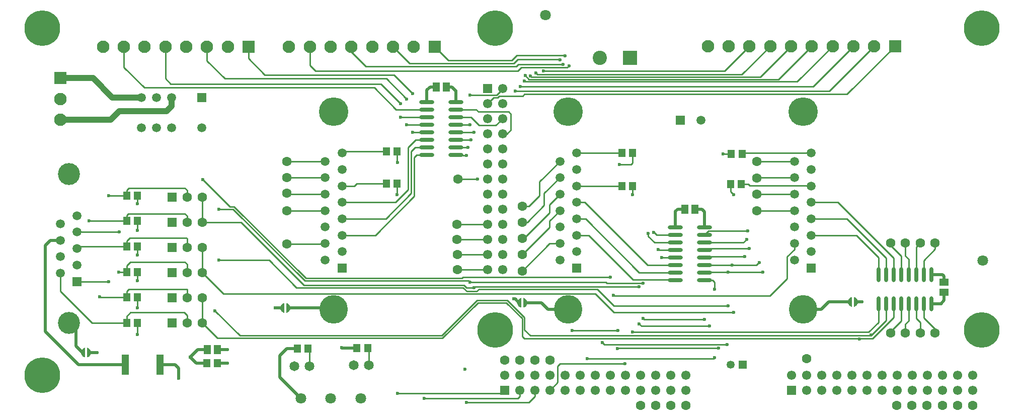
<source format=gtl>
G04*
G04 #@! TF.GenerationSoftware,Altium Limited,Altium Designer,18.1.9 (240)*
G04*
G04 Layer_Physical_Order=1*
G04 Layer_Color=255*
%FSLAX25Y25*%
%MOIN*%
G70*
G01*
G75*
%ADD17C,0.00984*%
%ADD21R,0.00787X0.00787*%
%ADD22R,0.05118X0.05906*%
%ADD23R,0.04724X0.05512*%
%ADD24R,0.05118X0.13386*%
%ADD25R,0.05906X0.05118*%
%ADD26O,0.02756X0.09843*%
%ADD27O,0.09843X0.02756*%
%ADD38R,0.06102X0.06102*%
%ADD45C,0.07087*%
%ADD60C,0.01968*%
%ADD61C,0.03937*%
%ADD62C,0.23622*%
%ADD63R,0.05315X0.05315*%
%ADD64C,0.05315*%
%ADD65C,0.05906*%
%ADD66R,0.05906X0.05906*%
%ADD67O,0.19488X0.18898*%
%ADD68C,0.18898*%
%ADD69C,0.14567*%
%ADD70C,0.06299*%
%ADD71R,0.06299X0.06299*%
%ADD72C,0.06102*%
%ADD73R,0.08268X0.08268*%
%ADD74C,0.08268*%
%ADD75R,0.09449X0.09449*%
%ADD76C,0.09449*%
%ADD77R,0.08268X0.08268*%
%ADD78C,0.06500*%
%ADD79C,0.05937*%
%ADD80R,0.05937X0.05937*%
%ADD81R,0.05906X0.05906*%
%ADD82R,0.06102X0.06102*%
%ADD83C,0.02362*%
G36*
X-251590Y43152D02*
X-251590Y36853D01*
X-251875Y36874D01*
X-252426Y37026D01*
X-252937Y37283D01*
X-253388Y37634D01*
X-253761Y38067D01*
X-254043Y38564D01*
X-254223Y39107D01*
X-254293Y39674D01*
X-254272Y39959D01*
X-254297Y40249D01*
X-254234Y40826D01*
X-254059Y41380D01*
X-253779Y41889D01*
X-253406Y42333D01*
X-252953Y42697D01*
X-252437Y42965D01*
X-251880Y43127D01*
X-251590Y43152D01*
X-251590Y43152D01*
D02*
G37*
G36*
X-250410D02*
Y36853D01*
X-250125Y36874D01*
X-249574Y37026D01*
X-249063Y37283D01*
X-248612Y37634D01*
X-248239Y38067D01*
X-247957Y38564D01*
X-247777Y39107D01*
X-247707Y39674D01*
X-247728Y39959D01*
X-247703Y40249D01*
X-247766Y40826D01*
X-247941Y41380D01*
X-248221Y41889D01*
X-248594Y42333D01*
X-249047Y42697D01*
X-249563Y42965D01*
X-250120Y43127D01*
X-250410Y43152D01*
Y43152D01*
D02*
G37*
G36*
X-119590Y72652D02*
X-119590Y66353D01*
X-119875Y66374D01*
X-120426Y66526D01*
X-120937Y66783D01*
X-121388Y67134D01*
X-121761Y67567D01*
X-122043Y68064D01*
X-122223Y68607D01*
X-122293Y69174D01*
X-122272Y69459D01*
X-122297Y69749D01*
X-122234Y70326D01*
X-122059Y70880D01*
X-121779Y71389D01*
X-121406Y71833D01*
X-120952Y72197D01*
X-120437Y72465D01*
X-119880Y72627D01*
X-119590Y72652D01*
X-119590Y72652D01*
D02*
G37*
G36*
X-118410D02*
Y66353D01*
X-118125Y66374D01*
X-117574Y66526D01*
X-117063Y66783D01*
X-116612Y67134D01*
X-116239Y67567D01*
X-115957Y68064D01*
X-115777Y68607D01*
X-115707Y69174D01*
X-115728Y69459D01*
X-115703Y69749D01*
X-115766Y70326D01*
X-115941Y70880D01*
X-116221Y71389D01*
X-116594Y71833D01*
X-117048Y72197D01*
X-117563Y72465D01*
X-118120Y72627D01*
X-118410Y72652D01*
Y72652D01*
D02*
G37*
G36*
X37410Y76097D02*
X37410Y69798D01*
X37125Y69819D01*
X36574Y69971D01*
X36063Y70228D01*
X35612Y70579D01*
X35239Y71012D01*
X34957Y71509D01*
X34777Y72052D01*
X34707Y72619D01*
X34728Y72904D01*
X34703Y73194D01*
X34766Y73771D01*
X34941Y74325D01*
X35221Y74834D01*
X35594Y75278D01*
X36048Y75642D01*
X36563Y75910D01*
X37120Y76072D01*
X37410Y76097D01*
X37410Y76097D01*
D02*
G37*
G36*
X38590D02*
Y69798D01*
X38875Y69819D01*
X39426Y69971D01*
X39937Y70228D01*
X40388Y70579D01*
X40761Y71012D01*
X41043Y71509D01*
X41223Y72052D01*
X41293Y72619D01*
X41272Y72904D01*
X41297Y73194D01*
X41234Y73771D01*
X41059Y74325D01*
X40779Y74834D01*
X40406Y75278D01*
X39952Y75642D01*
X39437Y75910D01*
X38880Y76072D01*
X38590Y76097D01*
Y76097D01*
D02*
G37*
G36*
X256410Y70348D02*
X256410Y76647D01*
X256125Y76626D01*
X255574Y76474D01*
X255063Y76217D01*
X254612Y75866D01*
X254239Y75433D01*
X253957Y74936D01*
X253777Y74393D01*
X253707Y73826D01*
X253728Y73541D01*
X253728Y73541D01*
X253703Y73251D01*
X253766Y72674D01*
X253941Y72120D01*
X254221Y71611D01*
X254594Y71166D01*
X255047Y70803D01*
X255563Y70535D01*
X256120Y70373D01*
X256410Y70348D01*
X256410D01*
D02*
G37*
G36*
X257590D02*
Y76647D01*
X257875Y76626D01*
X258426Y76474D01*
X258937Y76217D01*
X259388Y75866D01*
X259761Y75433D01*
X260043Y74936D01*
X260223Y74393D01*
X260293Y73826D01*
X260272Y73541D01*
X260272Y73541D01*
X260297Y73251D01*
X260234Y72674D01*
X260059Y72120D01*
X259779Y71611D01*
X259406Y71166D01*
X258952Y70803D01*
X258437Y70535D01*
X257880Y70373D01*
X257590Y70348D01*
D01*
D02*
G37*
D17*
X40007Y223425D02*
X42468Y220965D01*
X37264Y228764D02*
X52938D01*
X35000Y226500D02*
X37264Y228764D01*
X52938D02*
X52965Y228736D01*
X-99000Y226500D02*
X35000D01*
X-102779Y230279D02*
X-99000Y226500D01*
X-102779Y230279D02*
Y242500D01*
X34000Y229500D02*
X35500Y231000D01*
X-65500Y229500D02*
X34000D01*
X32248Y231500D02*
X35012Y234264D01*
X-36661Y231500D02*
X32248D01*
X-47661Y242500D02*
X-36661Y231500D01*
X35012Y234264D02*
X62736D01*
X63000Y234000D01*
X-75221Y239220D02*
X-65500Y229500D01*
X35500Y231000D02*
X65000D01*
X33465Y213354D02*
X241531D01*
X230638Y216240D02*
X257398Y243000D01*
X36614Y216240D02*
X230638D01*
X39339Y211090D02*
X253047D01*
X38248Y210000D02*
X39339Y211090D01*
X22727Y210000D02*
X38248D01*
X253047Y211090D02*
X284957Y243000D01*
X241531Y213354D02*
X271177Y243000D01*
X39370Y219882D02*
X39862Y219390D01*
X220008D01*
X243618Y243000D01*
X207803Y220965D02*
X229839Y243000D01*
X42468Y220965D02*
X207803D01*
X43972Y222661D02*
X195721D01*
X43406Y223228D02*
X43972Y222661D01*
X195721D02*
X216059Y243000D01*
X48106Y224236D02*
X183516D01*
X47146Y225197D02*
X48106Y224236D01*
X183516D02*
X202279Y243000D01*
X52000Y226500D02*
X172000D01*
X188500Y243000D01*
X52965Y228736D02*
X67736D01*
X29000Y199500D02*
X30500Y198000D01*
X9000Y199500D02*
X29000D01*
X7500Y201000D02*
X9000Y199500D01*
X25000Y185000D02*
X28000D01*
X30500Y187500D01*
Y198000D01*
X20500Y190500D02*
X25000Y195000D01*
X9500Y190500D02*
X20500D01*
X32500Y75460D02*
X33320D01*
X269137Y51363D02*
X279000Y61227D01*
X268659Y51264D02*
X268848Y51075D01*
X43264Y51236D02*
X260535D01*
X39476Y55024D02*
X43264Y51236D01*
X39476Y55024D02*
Y63067D01*
X28023Y74520D02*
X39476Y63067D01*
X7989Y74520D02*
X28023D01*
X39264Y49236D02*
X269938D01*
X37901Y50599D02*
X39264Y49236D01*
X37901Y50599D02*
Y62415D01*
X27371Y72945D02*
X37901Y62415D01*
X8641Y72945D02*
X27371D01*
X98768Y71000D02*
X174500D01*
X87768Y82000D02*
X98768Y71000D01*
X9201Y82000D02*
X87768D01*
X177000Y98000D02*
X193127D01*
X158791D02*
X177000D01*
X98773Y66500D02*
X178000D01*
X86332Y78941D02*
X98773Y66500D01*
X8370Y78941D02*
X86332D01*
X194627Y99500D02*
X195000D01*
X174500Y93300D02*
X197300D01*
X193127Y98000D02*
X194627Y99500D01*
X158791Y118000D02*
X161291Y120500D01*
X187500D01*
X184500Y112750D02*
X186750Y115000D01*
X159041Y112750D02*
X184500D01*
X158791Y108000D02*
X159791Y109000D01*
X188500D01*
X159291Y103500D02*
X185455D01*
X8354Y78925D02*
X8370Y78941D01*
X92236Y45264D02*
X173736D01*
X91000Y46500D02*
X92236Y45264D01*
X101500Y43000D02*
X168000D01*
X101000Y42500D02*
X101500Y43000D01*
X81000Y36000D02*
X165000D01*
X165500Y36500D01*
X111000Y53500D02*
X267500D01*
X260535Y51236D02*
X260562Y51264D01*
X268659D01*
X267500Y53500D02*
X274000Y60000D01*
Y72354D01*
X117000Y57500D02*
X162000D01*
X71000Y54500D02*
X101500D01*
X118500Y62000D02*
X158791D01*
Y103000D02*
X159291Y103500D01*
X213500Y89000D02*
Y103405D01*
X202000Y77500D02*
X213500Y89000D01*
Y103405D02*
X218319Y108224D01*
X99000Y77500D02*
X202000D01*
X98500Y78000D02*
X99000Y77500D01*
X115500Y59000D02*
X117000Y57500D01*
X118000Y62500D02*
X118500Y62000D01*
X36300Y10800D02*
Y15000D01*
X35000Y9500D02*
X36300Y10800D01*
X-27000Y9500D02*
X35000D01*
X-75117Y78925D02*
X8354D01*
X7701Y80500D02*
X9201Y82000D01*
X1273Y80500D02*
X7701D01*
X-1227Y83000D02*
X1273Y80500D01*
X6575Y83575D02*
X115425D01*
X6000Y83000D02*
X6575Y83575D01*
X1000Y83000D02*
X6000D01*
X-575Y84575D02*
X1000Y83000D01*
X-15456Y51075D02*
X7989Y74520D01*
X-149075Y51075D02*
X-15456D01*
X-14804Y49500D02*
X8641Y72945D01*
X-164000Y49500D02*
X-14804D01*
X115425Y83575D02*
X115500Y83500D01*
X3500Y86500D02*
X93400D01*
X93900Y86000D01*
X-1232Y89768D02*
X96268D01*
X-1882Y89118D02*
X-1232Y89768D01*
X-105391Y89118D02*
X-1882D01*
X-152848Y136575D02*
X-105391Y89118D01*
X2457Y87543D02*
X3500Y86500D01*
X93900Y86000D02*
X118000D01*
X-174000Y92900D02*
X-160041Y78941D01*
X-75132D02*
X-75117Y78925D01*
X-160041Y78941D02*
X-75132D01*
X4000Y196000D02*
X9500Y190500D01*
X-4500Y155000D02*
X8500D01*
X49500Y153307D02*
X62910Y166717D01*
X49500Y144047D02*
Y153307D01*
X42453Y137000D02*
X49500Y144047D01*
X52500Y145402D02*
X62910Y155811D01*
X52500Y137500D02*
Y145402D01*
X41250Y126250D02*
X52500Y137500D01*
X38000Y137000D02*
X42453D01*
X38000Y126250D02*
X41250D01*
X56000Y137996D02*
X62910Y144905D01*
X56000Y132500D02*
Y137996D01*
X39000Y115500D02*
X56000Y132500D01*
X38000Y115500D02*
X39000D01*
X56000Y127091D02*
X62910Y134000D01*
X56000Y122750D02*
Y127091D01*
X38000Y104750D02*
X56000Y122750D01*
X56189Y112189D02*
X62910D01*
X38000Y94000D02*
X56189Y112189D01*
X111378Y88264D02*
X139236D01*
X139500Y88000D01*
X82000Y117642D02*
X111378Y88264D01*
X117400Y62500D02*
X118000D01*
X159091Y93300D02*
X174500D01*
X-111500Y83000D02*
X-1227D01*
X-106575Y84575D02*
X-575D01*
X-148300Y126300D02*
X-106575Y84575D01*
X-129783Y101284D02*
X-111500Y83000D01*
X-106043Y87543D02*
X2457D01*
X-153500Y135000D02*
X-106043Y87543D01*
X-174000Y126300D02*
X-148300D01*
X-163000Y101284D02*
X-129783D01*
X-174000Y92900D02*
Y109600D01*
X218319Y108224D02*
Y112189D01*
X-155575Y136575D02*
X-152848D01*
X-173500Y154500D02*
X-155575Y136575D01*
X158791Y93000D02*
X159091Y93300D01*
X284000Y63298D02*
Y72354D01*
X269938Y49236D02*
X284000Y63298D01*
X158791Y113000D02*
X159041Y112750D01*
X67736Y228736D02*
X69000Y230000D01*
X130500Y102963D02*
X139463D01*
X139500Y103000D01*
X128000Y108000D02*
X139500D01*
X128000D02*
Y108358D01*
X125543Y113000D02*
X139500D01*
X127000Y118000D02*
X139500D01*
X125500Y119500D02*
X127000Y118000D01*
X121500Y117043D02*
X125543Y113000D01*
X121500Y117043D02*
Y119000D01*
X125000Y119500D02*
X125500D01*
X34264Y236764D02*
X66236D01*
X31000Y233500D02*
X34264Y236764D01*
X66236D02*
X66500Y236500D01*
X-11102Y233500D02*
X31000D01*
X-20102Y242500D02*
X-11102Y233500D01*
X-75221Y239220D02*
Y242500D01*
X111043Y144543D02*
Y150358D01*
X111000Y144500D02*
X111043Y144543D01*
Y165543D02*
Y172169D01*
X110000Y164500D02*
X111043Y165543D01*
X102500Y164500D02*
X110000D01*
X-47000Y224000D02*
X-34500Y211500D01*
X-132500Y224000D02*
X-47000D01*
X-143272Y234772D02*
X-132500Y224000D01*
X-52000Y221500D02*
X-38500Y208000D01*
X-159000Y221500D02*
X-52000D01*
X-170831Y233331D02*
X-159000Y221500D01*
X-198390Y221390D02*
Y242500D01*
Y221390D02*
X-195000Y218000D01*
X-55500D01*
X-42500Y205000D01*
X-60000Y215500D02*
X-45500Y201000D01*
X-212457Y215500D02*
X-60000D01*
X-225949Y228992D02*
X-212457Y215500D01*
X74090Y139453D02*
X79500D01*
X120953Y98000D01*
X139500D01*
X74090Y128547D02*
X79953D01*
X115500Y93000D01*
X139500D01*
X74090Y117642D02*
X82000D01*
X193500Y134000D02*
X218319D01*
X193500Y144833D02*
X193572Y144905D01*
X218319D01*
X193500Y155667D02*
X193644Y155811D01*
X218319D01*
X193500Y166500D02*
X193717Y166717D01*
X218319D01*
X229358Y150500D02*
X229500Y150358D01*
X188858Y150500D02*
X229358D01*
X187858Y151500D02*
X188858Y150500D01*
X183043Y151500D02*
X187858D01*
X184213Y172169D02*
X229500D01*
X183543Y171500D02*
X184213Y172169D01*
X176457Y171500D02*
X176457Y171500D01*
X171000Y171500D02*
X176457D01*
X175957Y146543D02*
Y151500D01*
Y146543D02*
X178000Y144500D01*
X158791Y88000D02*
X164000D01*
X165500Y86500D01*
Y82000D02*
Y86500D01*
X56300Y15000D02*
X61500Y20200D01*
Y31000D01*
X63000Y32500D01*
X106000D01*
X103957Y150358D02*
X103957Y150358D01*
X74090Y150358D02*
X103957D01*
X74090Y172169D02*
X74091Y172169D01*
X103957D01*
X-165500Y67500D02*
X-149075Y51075D01*
X-174000Y59500D02*
X-164000Y49500D01*
X-174000Y59500D02*
Y76200D01*
X279000Y61227D02*
Y72354D01*
X282000Y54000D02*
X289000Y61000D01*
Y72354D01*
X311500Y108405D02*
Y112500D01*
X304000Y100905D02*
X311500Y108405D01*
X304000Y91646D02*
Y100905D01*
X299000Y91646D02*
Y109833D01*
X301667Y112500D01*
X294000Y91646D02*
Y101833D01*
X291833Y104000D02*
X294000Y101833D01*
X291833Y104000D02*
Y112500D01*
X289000Y91646D02*
Y104000D01*
X282000Y111000D02*
X289000Y104000D01*
X282000Y111000D02*
Y112500D01*
Y53000D02*
Y54000D01*
X294000Y61000D02*
Y72354D01*
X291833Y58833D02*
X294000Y61000D01*
X291833Y53000D02*
Y58833D01*
X299000Y62500D02*
Y72354D01*
Y62500D02*
X301667Y59833D01*
Y53000D02*
Y59833D01*
X304000Y63000D02*
Y72354D01*
Y63000D02*
X311500Y55500D01*
Y53000D02*
Y55500D01*
X-92689Y112000D02*
X-92500Y112189D01*
X-118000Y112000D02*
X-92689D01*
X-118000Y134000D02*
X-92500D01*
X-118000Y145500D02*
X-117405Y144905D01*
X-92500D01*
X-118000Y155811D02*
X-92500D01*
X-118000Y166500D02*
X-117783Y166717D01*
X-92500D01*
X-5000Y95000D02*
X15000D01*
X-5000Y105000D02*
X15000D01*
X-5354Y115000D02*
X15000D01*
X-5354Y125000D02*
X15000D01*
X229500Y139453D02*
X247000D01*
X284000Y102453D01*
Y91646D02*
Y102453D01*
X279000Y91646D02*
Y102500D01*
X252953Y128547D02*
X279000Y102500D01*
X229500Y128547D02*
X252953D01*
X274000Y91646D02*
Y103000D01*
X259358Y117642D02*
X274000Y103000D01*
X229500Y117642D02*
X259358D01*
X21652Y208925D02*
X22727Y210000D01*
X3500Y210500D02*
X21000D01*
X18925Y208925D02*
X21652D01*
X15000Y205000D02*
X18925Y208925D01*
X21000Y210500D02*
X25000Y214500D01*
X-5854Y201000D02*
X7500D01*
X-5854Y196000D02*
X4000D01*
X-163000Y135000D02*
X-153500D01*
X-5854Y181000D02*
X4000D01*
X-174000Y126300D02*
Y143000D01*
X-5854Y176000D02*
X1925D01*
X24300Y13000D02*
X26300Y15000D01*
X-44500Y13000D02*
X24300D01*
X-44957Y144457D02*
Y152000D01*
X-37575Y147925D02*
Y175925D01*
X-46047Y139453D02*
X-37575Y147925D01*
X-81319Y139453D02*
X-46047D01*
X-35500Y145500D02*
Y173382D01*
X-52453Y128547D02*
X-35500Y145500D01*
X-81319Y128547D02*
X-52453D01*
X-33500Y143500D02*
Y169382D01*
X-59358Y117642D02*
X-33500Y143500D01*
X-81319Y117642D02*
X-59358D01*
X-44957Y166457D02*
Y173228D01*
Y166457D02*
X-44500Y166000D01*
X1000Y7000D02*
X42500D01*
X46300Y10800D01*
X36000Y14700D02*
X36300Y15000D01*
X46300Y10800D02*
Y15000D01*
X-5354Y170500D02*
X1000D01*
X-5854Y171000D02*
X-5354Y170500D01*
X-5854Y186000D02*
X6000D01*
X25000Y214500D02*
Y215000D01*
X-5854Y191000D02*
X3500D01*
X-35500Y173382D02*
X-32882Y176000D01*
X-37575Y175925D02*
X-32500Y181000D01*
X-31882Y171000D02*
X-25146D01*
X-33500Y169382D02*
X-31882Y171000D01*
X-32882Y176000D02*
X-25146D01*
X-32500Y181000D02*
X-25146D01*
X-71500Y152000D02*
X-52043D01*
X-73142Y150358D02*
X-71500Y152000D01*
X-34500Y186000D02*
X-25146D01*
X-143272Y234772D02*
Y242500D01*
X-38500Y191000D02*
X-25146D01*
X-170831Y233331D02*
Y242500D01*
X-42500Y196000D02*
X-25146D01*
X-225949Y228992D02*
Y242500D01*
X-45500Y201000D02*
X-25146D01*
X-81319Y150358D02*
X-73142D01*
X-81319Y172169D02*
X-80260Y173228D01*
X-52043D01*
X-64457Y43000D02*
X-63500Y42043D01*
Y31500D02*
Y42043D01*
X-103957Y42500D02*
X-103000Y41543D01*
Y31000D02*
Y41543D01*
X-224043Y144000D02*
Y147547D01*
X-222590Y149000D01*
X-185500D01*
X-184000Y147500D01*
Y143000D02*
Y147500D01*
X-224043Y127100D02*
Y130957D01*
X-223000Y132000D01*
X-185500D01*
X-184000Y130500D01*
Y126300D02*
Y130500D01*
X-224043Y110200D02*
Y114043D01*
X-222087Y116000D01*
X-184500D01*
X-184000Y115500D01*
Y109600D02*
Y115500D01*
Y92900D02*
Y98500D01*
X-185500Y100000D02*
X-184000Y98500D01*
X-221500Y100000D02*
X-185500D01*
X-224043Y97457D02*
X-221500Y100000D01*
X-224043Y93300D02*
Y97457D01*
Y76400D02*
Y80457D01*
X-222500Y82000D01*
X-184000D01*
Y76200D02*
Y82000D01*
Y59500D02*
Y64500D01*
X-186000Y66500D02*
X-184000Y64500D01*
X-221587Y66500D02*
X-186000D01*
X-224043Y64043D02*
X-221587Y66500D01*
X-224043Y59500D02*
Y64043D01*
X-256819Y87047D02*
X-236047D01*
X-224090Y144047D02*
X-224043Y144000D01*
X-236047Y144047D02*
X-224090D01*
X-236047Y87047D02*
X-235953D01*
X-255477Y110200D02*
X-224043D01*
X-256819Y119763D02*
X-229000D01*
X-248900Y127100D02*
X-224043D01*
X-256819Y108858D02*
X-255477Y110200D01*
X-241400Y76400D02*
X-224043D01*
X-242000Y77000D02*
X-241400Y76400D01*
X-229300Y93300D02*
X-224043D01*
X-247000Y59500D02*
X-224043D01*
X-268000Y80500D02*
X-247000Y59500D01*
X-268000Y80500D02*
Y92500D01*
X-216957Y52000D02*
Y59000D01*
Y69500D02*
Y76100D01*
Y87543D02*
Y93200D01*
Y104500D02*
Y110300D01*
Y121043D02*
Y127400D01*
Y138500D02*
Y144500D01*
D21*
X-253165Y40000D02*
D03*
X-248835D02*
D03*
X259165Y73500D02*
D03*
X254835D02*
D03*
X35835Y72945D02*
D03*
X40165D02*
D03*
X-121165Y69500D02*
D03*
X-116835D02*
D03*
D22*
X-170787Y41921D02*
D03*
X-164094D02*
D03*
X-12154Y216000D02*
D03*
X-18846D02*
D03*
X152347Y135047D02*
D03*
X145653D02*
D03*
D23*
X-163898Y32921D02*
D03*
X-170984D02*
D03*
X-216957Y59500D02*
D03*
X-224043D02*
D03*
X-216957Y76400D02*
D03*
X-224043D02*
D03*
X-216957Y93300D02*
D03*
X-224043D02*
D03*
X-216957Y110200D02*
D03*
X-224043D02*
D03*
X-216957Y127100D02*
D03*
X-224043D02*
D03*
X-216957Y144000D02*
D03*
X-224043D02*
D03*
X-64457Y43000D02*
D03*
X-71543D02*
D03*
X-103957Y42500D02*
D03*
X-111043D02*
D03*
X-44957Y152000D02*
D03*
X-52043D02*
D03*
X-44957Y173228D02*
D03*
X-52043D02*
D03*
X111043Y150358D02*
D03*
X103957D02*
D03*
X111043Y172169D02*
D03*
X103957D02*
D03*
X175957Y151500D02*
D03*
X183043D02*
D03*
X176457Y171500D02*
D03*
X183543D02*
D03*
D24*
X-225114Y32000D02*
D03*
X-201886D02*
D03*
D25*
X317500Y86500D02*
D03*
Y79807D02*
D03*
D26*
X274000Y72354D02*
D03*
X279000D02*
D03*
X284000D02*
D03*
X289000D02*
D03*
X294000D02*
D03*
X299000D02*
D03*
X304000D02*
D03*
X309000D02*
D03*
X274000Y91646D02*
D03*
X279000D02*
D03*
X284000D02*
D03*
X289000D02*
D03*
X294000D02*
D03*
X299000D02*
D03*
X304000D02*
D03*
X309000D02*
D03*
D27*
X158791Y88000D02*
D03*
Y93000D02*
D03*
Y98000D02*
D03*
Y103000D02*
D03*
Y108000D02*
D03*
Y113000D02*
D03*
Y118000D02*
D03*
Y123000D02*
D03*
X139500Y88000D02*
D03*
Y93000D02*
D03*
Y98000D02*
D03*
Y103000D02*
D03*
Y108000D02*
D03*
Y113000D02*
D03*
Y118000D02*
D03*
Y123000D02*
D03*
X-5854Y171000D02*
D03*
Y176000D02*
D03*
Y181000D02*
D03*
Y186000D02*
D03*
Y191000D02*
D03*
Y196000D02*
D03*
Y201000D02*
D03*
Y206000D02*
D03*
X-25146Y171000D02*
D03*
Y176000D02*
D03*
Y181000D02*
D03*
Y186000D02*
D03*
Y191000D02*
D03*
Y196000D02*
D03*
Y201000D02*
D03*
Y206000D02*
D03*
D38*
X216300Y15000D02*
D03*
X26300D02*
D03*
D45*
X53500Y263500D02*
D03*
X343000Y101000D02*
D03*
X-89000Y9500D02*
D03*
X-108500D02*
D03*
X-69000D02*
D03*
D60*
X-81595Y43110D02*
X-81484Y43000D01*
X-71543D01*
X-243541Y40000D02*
X-243500Y39959D01*
X-248835Y40000D02*
X-243541D01*
X-262409Y59645D02*
X-257500Y54736D01*
Y44335D02*
Y54736D01*
Y44335D02*
X-253165Y40000D01*
X-125500Y69459D02*
X-125460Y69500D01*
X-121165D01*
X-88000D02*
X-86910Y68410D01*
X-116835Y69500D02*
X-88000D01*
X223909Y68410D02*
X236049D01*
X241139Y73500D01*
X254835D01*
X262960D02*
X263000Y73541D01*
X259165Y73500D02*
X262960D01*
X55090Y68410D02*
X68500D01*
X50555Y72945D02*
X55090Y68410D01*
X40165Y72945D02*
X50555D01*
X33320Y75460D02*
X35835Y72945D01*
X317500Y74500D02*
Y79807D01*
X315354Y72354D02*
X317500Y74500D01*
X309000Y72354D02*
X315354D01*
X309000Y91646D02*
X316354D01*
X317500Y90500D01*
Y86500D02*
Y90500D01*
X139500Y123000D02*
Y133472D01*
X141075Y135047D01*
X145653D01*
X152347D02*
X156953D01*
X158791Y133209D01*
Y123000D02*
Y133209D01*
X-12154Y216000D02*
X-8500D01*
X-5854Y213354D01*
Y206000D02*
Y213354D01*
X-25146Y206000D02*
Y213929D01*
X-23075Y216000D01*
X-18846D01*
X-71543Y43000D02*
X-71543Y43000D01*
X-189500Y23000D02*
Y29500D01*
X-192000Y32000D02*
X-189500Y29500D01*
X-201886Y32000D02*
X-192000D01*
X-122500Y23500D02*
X-108500Y9500D01*
X-122500Y23500D02*
Y38000D01*
X-118000Y42500D01*
X-111043D01*
X-164094Y41921D02*
X-157441D01*
X-157441Y32921D02*
X-157441Y32921D01*
X-163898Y32921D02*
X-157441D01*
X-177941D02*
X-170984D01*
X-181941Y36921D02*
X-177941Y32921D01*
X-176941Y41921D02*
X-170787D01*
X-181941Y36921D02*
X-176941Y41921D01*
X-256000Y32000D02*
X-225114D01*
X-278000Y54000D02*
X-256000Y32000D01*
X-278000Y54000D02*
Y111000D01*
X-274689Y114311D01*
X-268000D01*
D61*
X-194335Y203165D02*
Y209000D01*
X-197500Y200000D02*
X-194335Y203165D01*
X-229000Y200000D02*
X-197500D01*
X-234780Y194220D02*
X-229000Y200000D01*
X-268000Y194220D02*
X-234780D01*
X-268000Y221779D02*
X-246280D01*
X-233500Y209000D01*
X-214335D01*
D62*
X-280000Y25000D02*
D03*
Y255000D02*
D03*
X20000Y55000D02*
D03*
Y255000D02*
D03*
X342500D02*
D03*
Y55000D02*
D03*
D63*
X183874Y32000D02*
D03*
D64*
X176000D02*
D03*
D65*
X218319Y101284D02*
D03*
X229500Y106736D02*
D03*
Y117642D02*
D03*
Y128547D02*
D03*
Y139453D02*
D03*
Y150358D02*
D03*
Y161264D02*
D03*
Y172169D02*
D03*
X218319Y112189D02*
D03*
Y123094D02*
D03*
Y134000D02*
D03*
Y144905D02*
D03*
Y155811D02*
D03*
Y166717D02*
D03*
X62910Y101284D02*
D03*
X74090Y106736D02*
D03*
Y117642D02*
D03*
Y128547D02*
D03*
Y139453D02*
D03*
Y150358D02*
D03*
Y161264D02*
D03*
Y172169D02*
D03*
X62910Y112189D02*
D03*
Y123094D02*
D03*
Y134000D02*
D03*
Y144905D02*
D03*
Y155811D02*
D03*
Y166717D02*
D03*
X-92500Y101284D02*
D03*
X-81319Y106736D02*
D03*
Y117642D02*
D03*
Y128547D02*
D03*
Y139453D02*
D03*
Y150358D02*
D03*
Y161264D02*
D03*
Y172169D02*
D03*
X-92500Y112189D02*
D03*
Y123094D02*
D03*
Y134000D02*
D03*
Y144905D02*
D03*
Y155811D02*
D03*
Y166717D02*
D03*
X-256819Y97952D02*
D03*
Y108858D02*
D03*
Y119763D02*
D03*
Y130669D02*
D03*
X-268000Y92500D02*
D03*
Y103405D02*
D03*
Y114311D02*
D03*
Y125216D02*
D03*
X156500Y194000D02*
D03*
D66*
X229500Y95831D02*
D03*
X74090D02*
D03*
X-81319D02*
D03*
X-256819Y87047D02*
D03*
D67*
X223909Y199591D02*
D03*
X68500D02*
D03*
X-86910D02*
D03*
D68*
X223909Y68410D02*
D03*
X68500D02*
D03*
X-86910D02*
D03*
D69*
X-262409Y158070D02*
D03*
Y59645D02*
D03*
D70*
X-174000Y143000D02*
D03*
X-184000D02*
D03*
X-174000Y59500D02*
D03*
X-184000D02*
D03*
X-174000Y126300D02*
D03*
X-184000D02*
D03*
X-174000Y109600D02*
D03*
X-184000D02*
D03*
X-174000Y92900D02*
D03*
X-184000D02*
D03*
X-174000Y76200D02*
D03*
X-184000D02*
D03*
X-5000Y95000D02*
D03*
Y105000D02*
D03*
X193500Y166500D02*
D03*
X-5354Y115000D02*
D03*
Y125000D02*
D03*
X193500Y155667D02*
D03*
X311500Y112500D02*
D03*
Y53000D02*
D03*
X193500Y144833D02*
D03*
X301667Y112500D02*
D03*
Y53000D02*
D03*
X291833Y112500D02*
D03*
Y53000D02*
D03*
X193500Y134000D02*
D03*
X282000Y112500D02*
D03*
Y53000D02*
D03*
X-4500Y155000D02*
D03*
X336300Y5000D02*
D03*
X326300D02*
D03*
X316225D02*
D03*
X306150D02*
D03*
X296075D02*
D03*
X286000D02*
D03*
X38000Y137000D02*
D03*
Y126250D02*
D03*
X226300Y36000D02*
D03*
X38000Y115500D02*
D03*
Y104750D02*
D03*
Y94000D02*
D03*
X146300Y5000D02*
D03*
X136300D02*
D03*
X126300D02*
D03*
X116300D02*
D03*
X56300Y35000D02*
D03*
X46300D02*
D03*
X36300D02*
D03*
X26500D02*
D03*
X-118000Y166500D02*
D03*
Y155811D02*
D03*
Y145500D02*
D03*
Y134000D02*
D03*
Y112000D02*
D03*
D71*
X-194000Y143000D02*
D03*
Y59500D02*
D03*
Y126300D02*
D03*
Y109600D02*
D03*
Y92900D02*
D03*
Y76200D02*
D03*
D72*
X326300Y25000D02*
D03*
X336300D02*
D03*
X306300D02*
D03*
X326300Y15000D02*
D03*
X316300Y25000D02*
D03*
X286300D02*
D03*
X296300D02*
D03*
X276300D02*
D03*
X266300Y15000D02*
D03*
Y25000D02*
D03*
X336300Y15000D02*
D03*
X316300D02*
D03*
X276300D02*
D03*
X286300D02*
D03*
X256300D02*
D03*
X306300D02*
D03*
X296300D02*
D03*
X256300Y25000D02*
D03*
X246300D02*
D03*
X226300D02*
D03*
X236300D02*
D03*
X216300D02*
D03*
X246300Y15000D02*
D03*
X236300D02*
D03*
X226300D02*
D03*
X136300Y25000D02*
D03*
X146300D02*
D03*
X116300D02*
D03*
X136300Y15000D02*
D03*
X126300Y25000D02*
D03*
X96300D02*
D03*
X106300D02*
D03*
X86300D02*
D03*
X76300Y15000D02*
D03*
Y25000D02*
D03*
X146300Y15000D02*
D03*
X126300D02*
D03*
X86300D02*
D03*
X96300D02*
D03*
X66300D02*
D03*
X116300D02*
D03*
X106300D02*
D03*
X66300Y25000D02*
D03*
X56300D02*
D03*
X36300D02*
D03*
X46300D02*
D03*
X26300D02*
D03*
X56300Y15000D02*
D03*
X46300D02*
D03*
X36300D02*
D03*
X25000Y95000D02*
D03*
Y105000D02*
D03*
Y115000D02*
D03*
Y125000D02*
D03*
Y135000D02*
D03*
Y145000D02*
D03*
Y155000D02*
D03*
Y165000D02*
D03*
Y175000D02*
D03*
Y185000D02*
D03*
Y195000D02*
D03*
Y205000D02*
D03*
Y215000D02*
D03*
X15000Y95000D02*
D03*
Y105000D02*
D03*
Y115000D02*
D03*
Y125000D02*
D03*
Y135000D02*
D03*
Y145000D02*
D03*
Y155000D02*
D03*
Y165000D02*
D03*
Y175000D02*
D03*
Y185000D02*
D03*
Y195000D02*
D03*
Y205000D02*
D03*
D73*
X284957Y243000D02*
D03*
X-20102Y242500D02*
D03*
X-143272D02*
D03*
D74*
X271177Y243000D02*
D03*
X257398D02*
D03*
X216059D02*
D03*
X229839D02*
D03*
X202279D02*
D03*
X243618D02*
D03*
X174721Y243000D02*
D03*
X160941D02*
D03*
X188500Y243000D02*
D03*
X-116559Y242500D02*
D03*
X-102779D02*
D03*
X-75221D02*
D03*
X-47661D02*
D03*
X-33882D02*
D03*
X-61441D02*
D03*
X-89000D02*
D03*
X-239728D02*
D03*
X-225949D02*
D03*
X-198390D02*
D03*
X-170831D02*
D03*
X-157051D02*
D03*
X-184610D02*
D03*
X-212169D02*
D03*
X-268000Y194220D02*
D03*
Y208000D02*
D03*
D75*
X109500Y235252D02*
D03*
D76*
X89500D02*
D03*
D77*
X-268000Y221779D02*
D03*
D78*
X-63500Y31500D02*
D03*
X-73500D02*
D03*
X-103000Y31000D02*
D03*
X-113000D02*
D03*
D79*
X-214335Y209000D02*
D03*
X-204335D02*
D03*
X-214335Y189000D02*
D03*
X-204335D02*
D03*
X-194335Y209000D02*
D03*
Y189000D02*
D03*
X-174335D02*
D03*
D80*
Y209000D02*
D03*
D81*
X142720Y194000D02*
D03*
D82*
X15000Y215000D02*
D03*
D83*
X40007Y223425D02*
D03*
X-81595Y43110D02*
D03*
X33465Y213354D02*
D03*
X36614Y216240D02*
D03*
X39370Y219882D02*
D03*
X43406Y223228D02*
D03*
X47146Y225197D02*
D03*
X52000Y226500D02*
D03*
X-243500Y39959D02*
D03*
X-125500Y69459D02*
D03*
X263000Y73541D02*
D03*
X32500Y75460D02*
D03*
X101500Y54500D02*
D03*
X197300Y93300D02*
D03*
X195000Y99500D02*
D03*
X187500Y120500D02*
D03*
X186750Y115000D02*
D03*
X188500Y109000D02*
D03*
X185455Y103500D02*
D03*
X177000Y98000D02*
D03*
X178000Y66500D02*
D03*
X173736Y45264D02*
D03*
X168000Y43000D02*
D03*
X111000Y53500D02*
D03*
X162000Y57500D02*
D03*
X101000Y42500D02*
D03*
X71000Y54500D02*
D03*
X158791Y62000D02*
D03*
X-181941Y36921D02*
D03*
X0Y29000D02*
D03*
X314000Y91646D02*
D03*
X315354Y72354D02*
D03*
X158791Y129500D02*
D03*
X139500D02*
D03*
X-5854Y213354D02*
D03*
X-25146Y213000D02*
D03*
X-189500Y23000D02*
D03*
X-157441Y41921D02*
D03*
Y32921D02*
D03*
X6000Y83000D02*
D03*
X3500Y86500D02*
D03*
X8500Y155000D02*
D03*
X98500Y78000D02*
D03*
X96268Y89768D02*
D03*
X118000Y86000D02*
D03*
Y62500D02*
D03*
X115500Y83500D02*
D03*
Y59000D02*
D03*
X174500Y71000D02*
D03*
Y93300D02*
D03*
X-163000Y101284D02*
D03*
X-173500Y154500D02*
D03*
X261500Y49000D02*
D03*
X269000Y51500D02*
D03*
X65000Y231000D02*
D03*
X69000Y230000D02*
D03*
X130500Y102963D02*
D03*
X128000Y108358D02*
D03*
X125000Y119500D02*
D03*
X121500Y119000D02*
D03*
X63000Y234000D02*
D03*
X66500Y236500D02*
D03*
X111000Y144500D02*
D03*
X171000Y171500D02*
D03*
X178000Y144500D02*
D03*
X91000Y46500D02*
D03*
X165500Y82000D02*
D03*
Y36500D02*
D03*
X81000Y36000D02*
D03*
X102500Y164500D02*
D03*
X106000Y32500D02*
D03*
X-165500Y67500D02*
D03*
X4000Y181000D02*
D03*
X1925Y176000D02*
D03*
X-163000Y135000D02*
D03*
X-44500Y13000D02*
D03*
X-44957Y144457D02*
D03*
X-44500Y166000D02*
D03*
X-27000Y9500D02*
D03*
X1000Y7000D02*
D03*
Y170500D02*
D03*
X6000Y186000D02*
D03*
X3500Y210500D02*
D03*
Y191000D02*
D03*
X-34500Y186000D02*
D03*
Y211500D02*
D03*
X-38500Y191000D02*
D03*
Y208000D02*
D03*
X-42500Y196000D02*
D03*
Y205000D02*
D03*
X-236047Y144047D02*
D03*
Y87047D02*
D03*
X-229000Y119763D02*
D03*
X-229300Y93300D02*
D03*
X-242000Y77000D02*
D03*
X-248900Y127100D02*
D03*
X-216957Y52000D02*
D03*
Y69500D02*
D03*
Y87543D02*
D03*
Y104500D02*
D03*
Y121043D02*
D03*
Y138500D02*
D03*
M02*

</source>
